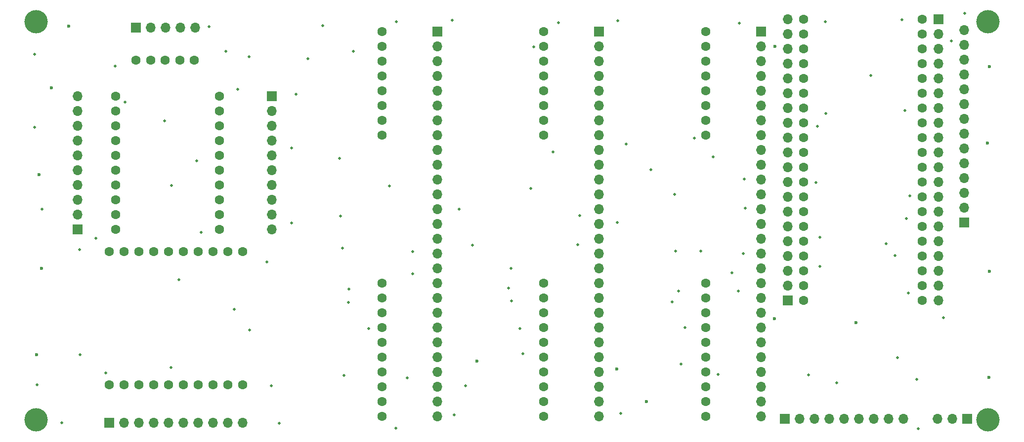
<source format=gbs>
G04 #@! TF.GenerationSoftware,KiCad,Pcbnew,8.0.0*
G04 #@! TF.CreationDate,2025-01-04T20:19:00+01:00*
G04 #@! TF.ProjectId,motherbard,6d6f7468-6572-4626-9172-642e6b696361,rev?*
G04 #@! TF.SameCoordinates,Original*
G04 #@! TF.FileFunction,Soldermask,Bot*
G04 #@! TF.FilePolarity,Negative*
%FSLAX46Y46*%
G04 Gerber Fmt 4.6, Leading zero omitted, Abs format (unit mm)*
G04 Created by KiCad (PCBNEW 8.0.0) date 2025-01-04 20:19:00*
%MOMM*%
%LPD*%
G01*
G04 APERTURE LIST*
%ADD10R,1.700000X1.700000*%
%ADD11O,1.700000X1.700000*%
%ADD12C,1.600000*%
%ADD13C,4.000000*%
%ADD14C,0.500000*%
%ADD15C,0.600000*%
G04 APERTURE END LIST*
D10*
X209025000Y-130300000D03*
D11*
X206485000Y-130300000D03*
X203945000Y-130300000D03*
D10*
X145974000Y-63900000D03*
D11*
X145974000Y-66440000D03*
X145974000Y-68980000D03*
X145974000Y-71520000D03*
X145974000Y-74060000D03*
X145974000Y-76600000D03*
X145974000Y-79140000D03*
X145974000Y-81680000D03*
X145974000Y-84220000D03*
X145974000Y-86760000D03*
X145974000Y-89300000D03*
X145974000Y-91840000D03*
X145974000Y-94380000D03*
X145974000Y-96920000D03*
X145974000Y-99460000D03*
X145974000Y-102000000D03*
X145974000Y-104540000D03*
X145974000Y-107080000D03*
X145974000Y-109620000D03*
X145974000Y-112160000D03*
X145974000Y-114700000D03*
X145974000Y-117240000D03*
X145974000Y-119780000D03*
X145974000Y-122320000D03*
X145974000Y-124860000D03*
X145974000Y-127400000D03*
X145974000Y-129940000D03*
D10*
X178320000Y-110020000D03*
D11*
X178320000Y-107480000D03*
X178320000Y-104940000D03*
X178320000Y-102400000D03*
X178320000Y-99860000D03*
X178320000Y-97320000D03*
X178320000Y-94780000D03*
X178320000Y-92240000D03*
X178320000Y-89700000D03*
X178320000Y-87160000D03*
X178320000Y-84620000D03*
X178320000Y-82080000D03*
X178320000Y-79540000D03*
X178320000Y-77000000D03*
X178320000Y-74460000D03*
X178320000Y-71920000D03*
X178320000Y-69380000D03*
X178320000Y-66840000D03*
X178320000Y-64300000D03*
X178320000Y-61760000D03*
D10*
X62000000Y-130980000D03*
D11*
X64540000Y-130980000D03*
X67080000Y-130980000D03*
X69620000Y-130980000D03*
X72160000Y-130980000D03*
X74700000Y-130980000D03*
X77240000Y-130980000D03*
X79780000Y-130980000D03*
X82320000Y-130980000D03*
X84860000Y-130980000D03*
D10*
X118248000Y-63900000D03*
D11*
X118248000Y-66440000D03*
X118248000Y-68980000D03*
X118248000Y-71520000D03*
X118248000Y-74060000D03*
X118248000Y-76600000D03*
X118248000Y-79140000D03*
X118248000Y-81680000D03*
X118248000Y-84220000D03*
X118248000Y-86760000D03*
X118248000Y-89300000D03*
X118248000Y-91840000D03*
X118248000Y-94380000D03*
X118248000Y-96920000D03*
X118248000Y-99460000D03*
X118248000Y-102000000D03*
X118248000Y-104540000D03*
X118248000Y-107080000D03*
X118248000Y-109620000D03*
X118248000Y-112160000D03*
X118248000Y-114700000D03*
X118248000Y-117240000D03*
X118248000Y-119780000D03*
X118248000Y-122320000D03*
X118248000Y-124860000D03*
X118248000Y-127400000D03*
X118248000Y-129940000D03*
D10*
X208500000Y-96625000D03*
D11*
X208500000Y-94085000D03*
X208500000Y-91545000D03*
X208500000Y-89005000D03*
X208500000Y-86465000D03*
X208500000Y-83925000D03*
X208500000Y-81385000D03*
X208500000Y-78845000D03*
X208500000Y-76305000D03*
X208500000Y-73765000D03*
X208500000Y-71225000D03*
X208500000Y-68685000D03*
X208500000Y-66145000D03*
X208500000Y-63605000D03*
D12*
X201350000Y-109980000D03*
X201350000Y-107440000D03*
X201350000Y-104900000D03*
X201350000Y-102360000D03*
X201350000Y-99820000D03*
X201350000Y-97280000D03*
X201350000Y-94740000D03*
X201350000Y-92200000D03*
X201350000Y-89660000D03*
X201350000Y-87120000D03*
X201350000Y-84580000D03*
X201350000Y-82040000D03*
X201350000Y-79500000D03*
X201350000Y-76960000D03*
X201350000Y-74420000D03*
X201350000Y-71880000D03*
X201350000Y-69340000D03*
X201350000Y-66800000D03*
X201350000Y-64260000D03*
X201350000Y-61720000D03*
X181030000Y-61720000D03*
X181030000Y-64260000D03*
X181030000Y-66800000D03*
X181030000Y-69340000D03*
X181030000Y-71880000D03*
X181030000Y-74420000D03*
X181030000Y-76960000D03*
X181030000Y-79500000D03*
X181030000Y-82040000D03*
X181030000Y-84580000D03*
X181030000Y-87120000D03*
X181030000Y-89660000D03*
X181030000Y-92200000D03*
X181030000Y-94740000D03*
X181030000Y-97280000D03*
X181030000Y-99820000D03*
X181030000Y-102360000D03*
X181030000Y-104900000D03*
X181030000Y-107440000D03*
X181030000Y-109980000D03*
D10*
X56600000Y-97820000D03*
D11*
X56600000Y-95280000D03*
X56600000Y-92740000D03*
X56600000Y-90200000D03*
X56600000Y-87660000D03*
X56600000Y-85120000D03*
X56600000Y-82580000D03*
X56600000Y-80040000D03*
X56600000Y-77500000D03*
X56600000Y-74960000D03*
D12*
X108760000Y-129900000D03*
X108760000Y-127360000D03*
X108760000Y-124820000D03*
X108760000Y-122280000D03*
X108760000Y-119740000D03*
X108760000Y-117200000D03*
X108760000Y-114660000D03*
X108760000Y-112120000D03*
X108760000Y-109580000D03*
X108760000Y-107040000D03*
X108760000Y-81640000D03*
X108760000Y-79100000D03*
X108760000Y-76560000D03*
X108760000Y-74020000D03*
X108760000Y-71480000D03*
X108760000Y-68940000D03*
X108760000Y-66400000D03*
X108760000Y-63860000D03*
D10*
X204070000Y-61720000D03*
D11*
X204070000Y-64260000D03*
X204070000Y-66800000D03*
X204070000Y-69340000D03*
X204070000Y-71880000D03*
X204070000Y-74420000D03*
X204070000Y-76960000D03*
X204070000Y-79500000D03*
X204070000Y-82040000D03*
X204070000Y-84580000D03*
X204070000Y-87120000D03*
X204070000Y-89660000D03*
X204070000Y-92200000D03*
X204070000Y-94740000D03*
X204070000Y-97280000D03*
X204070000Y-99820000D03*
X204070000Y-102360000D03*
X204070000Y-104900000D03*
X204070000Y-107440000D03*
X204070000Y-109980000D03*
D10*
X66640000Y-63200000D03*
D11*
X69180000Y-63200000D03*
X71720000Y-63200000D03*
X74260000Y-63200000D03*
X76800000Y-63200000D03*
D10*
X89900000Y-74950000D03*
D11*
X89900000Y-77490000D03*
X89900000Y-80030000D03*
X89900000Y-82570000D03*
X89900000Y-85110000D03*
X89900000Y-87650000D03*
X89900000Y-90190000D03*
X89900000Y-92730000D03*
X89900000Y-95270000D03*
X89900000Y-97810000D03*
D12*
X164212000Y-129900000D03*
X164212000Y-127360000D03*
X164212000Y-124820000D03*
X164212000Y-122280000D03*
X164212000Y-119740000D03*
X164212000Y-117200000D03*
X164212000Y-114660000D03*
X164212000Y-112120000D03*
X164212000Y-109580000D03*
X164212000Y-107040000D03*
X164212000Y-81640000D03*
X164212000Y-79100000D03*
X164212000Y-76560000D03*
X164212000Y-74020000D03*
X164212000Y-71480000D03*
X164212000Y-68940000D03*
X164212000Y-66400000D03*
X164212000Y-63860000D03*
X84860000Y-124500000D03*
X82320000Y-124500000D03*
X79780000Y-124500000D03*
X77240000Y-124500000D03*
X74700000Y-124500000D03*
X72160000Y-124500000D03*
X69620000Y-124500000D03*
X67080000Y-124500000D03*
X64540000Y-124500000D03*
X62000000Y-124500000D03*
X84860000Y-101640000D03*
X82320000Y-101640000D03*
X79780000Y-101640000D03*
X77240000Y-101640000D03*
X74700000Y-101640000D03*
X72160000Y-101640000D03*
X69620000Y-101640000D03*
X67080000Y-101640000D03*
X64540000Y-101640000D03*
X62000000Y-101640000D03*
X63120000Y-97800000D03*
X63120000Y-95260000D03*
X63120000Y-92720000D03*
X63120000Y-90180000D03*
X63120000Y-87640000D03*
X63120000Y-85100000D03*
X63120000Y-82560000D03*
X63120000Y-80020000D03*
X63120000Y-77480000D03*
X80900000Y-97800000D03*
X80900000Y-95260000D03*
X80900000Y-92720000D03*
X80900000Y-90180000D03*
X80900000Y-87640000D03*
X80900000Y-85100000D03*
X80900000Y-82560000D03*
X80900000Y-80020000D03*
X80900000Y-77480000D03*
X66620000Y-68810000D03*
X69120000Y-68810000D03*
X71620000Y-68810000D03*
X74120000Y-68810000D03*
X76620000Y-68810000D03*
X63120000Y-74940000D03*
X80900000Y-74940000D03*
D10*
X177760000Y-130300000D03*
D11*
X180300000Y-130300000D03*
X182840000Y-130300000D03*
X185380000Y-130300000D03*
X187920000Y-130300000D03*
X190460000Y-130300000D03*
X193000000Y-130300000D03*
X195540000Y-130300000D03*
X198080000Y-130300000D03*
D12*
X136486000Y-129900000D03*
X136486000Y-127360000D03*
X136486000Y-124820000D03*
X136486000Y-122280000D03*
X136486000Y-119740000D03*
X136486000Y-117200000D03*
X136486000Y-114660000D03*
X136486000Y-112120000D03*
X136486000Y-109580000D03*
X136486000Y-107040000D03*
X136486000Y-81640000D03*
X136486000Y-79100000D03*
X136486000Y-76560000D03*
X136486000Y-74020000D03*
X136486000Y-71480000D03*
X136486000Y-68940000D03*
X136486000Y-66400000D03*
X136486000Y-63860000D03*
D10*
X173700000Y-63900000D03*
D11*
X173700000Y-66440000D03*
X173700000Y-68980000D03*
X173700000Y-71520000D03*
X173700000Y-74060000D03*
X173700000Y-76600000D03*
X173700000Y-79140000D03*
X173700000Y-81680000D03*
X173700000Y-84220000D03*
X173700000Y-86760000D03*
X173700000Y-89300000D03*
X173700000Y-91840000D03*
X173700000Y-94380000D03*
X173700000Y-96920000D03*
X173700000Y-99460000D03*
X173700000Y-102000000D03*
X173700000Y-104540000D03*
X173700000Y-107080000D03*
X173700000Y-109620000D03*
X173700000Y-112160000D03*
X173700000Y-114700000D03*
X173700000Y-117240000D03*
X173700000Y-119780000D03*
X173700000Y-122320000D03*
X173700000Y-124860000D03*
X173700000Y-127400000D03*
X173700000Y-129940000D03*
D13*
X49500000Y-62200000D03*
X49500000Y-130500000D03*
X212600000Y-130500000D03*
X212600000Y-62200000D03*
D14*
X72740000Y-90290000D03*
X168680000Y-105240000D03*
X198330000Y-77450000D03*
X196670000Y-102290000D03*
X199160000Y-92040000D03*
X103110000Y-108070000D03*
X98580000Y-62870000D03*
X106460000Y-114840000D03*
X162310000Y-82120000D03*
X169990000Y-62410000D03*
X197810000Y-61810000D03*
X130440000Y-107920000D03*
X85960000Y-68190000D03*
X111130000Y-131920000D03*
X113980000Y-105440000D03*
X183810000Y-104190000D03*
X163360000Y-101560000D03*
X181860000Y-122800000D03*
X149630000Y-129420000D03*
D15*
X212800000Y-69900000D03*
X52100000Y-73500000D03*
D14*
X93240000Y-83880000D03*
X121110000Y-129620000D03*
X111220000Y-62140000D03*
X83420000Y-111550000D03*
X53900000Y-131000000D03*
X149100000Y-96640000D03*
X138060000Y-84550000D03*
X200350000Y-123570000D03*
X89050000Y-103400000D03*
X132900000Y-119170000D03*
X183090000Y-89800000D03*
X208620000Y-60700000D03*
X77030000Y-86060000D03*
X89770000Y-124690000D03*
X123110000Y-124690000D03*
X139010000Y-62340000D03*
X204940000Y-113000000D03*
X197090000Y-119820000D03*
X170980000Y-94210000D03*
X101990000Y-101040000D03*
X121970000Y-94340000D03*
X103830000Y-67270000D03*
X159610000Y-108400000D03*
X130970000Y-110100000D03*
X195160000Y-100250000D03*
X124270000Y-100510000D03*
X159090000Y-101560000D03*
X71510000Y-79230000D03*
X130830000Y-104510000D03*
X166310000Y-122720000D03*
X186700000Y-124160000D03*
X61430000Y-122480000D03*
X183810000Y-99190000D03*
X170650000Y-101960000D03*
X102260000Y-122850000D03*
X142660000Y-95450000D03*
X169800000Y-108400000D03*
X170870000Y-89140000D03*
X192490000Y-71400000D03*
X158850000Y-91770000D03*
D15*
X49600000Y-119300000D03*
D14*
X165480000Y-85400000D03*
X77820000Y-98340000D03*
D15*
X55100000Y-62900000D03*
D14*
X79150000Y-63030000D03*
X91150000Y-131130000D03*
X93240000Y-96690000D03*
X113120000Y-123310000D03*
X102980000Y-110370000D03*
X134800000Y-66480000D03*
X84080000Y-73770000D03*
X113980000Y-101630000D03*
X64760000Y-76000000D03*
D15*
X212800000Y-105000000D03*
D14*
X150610000Y-83170000D03*
X49240000Y-67730000D03*
X134280000Y-90790000D03*
D15*
X212700000Y-123200000D03*
D14*
X57000000Y-119290000D03*
X72630000Y-121540000D03*
X101670000Y-95520000D03*
X94070000Y-74620000D03*
X50490000Y-94340000D03*
X86080000Y-115090000D03*
X56940000Y-101290000D03*
X183400000Y-80150000D03*
X63030000Y-69770000D03*
X96080000Y-68520000D03*
X142270000Y-100450000D03*
X184730000Y-62210000D03*
X160660000Y-114700000D03*
X198570000Y-95980000D03*
X101530000Y-85600000D03*
D15*
X212500000Y-83000000D03*
D14*
X74010000Y-106430000D03*
X149170000Y-62010000D03*
X184840000Y-77910000D03*
X200610000Y-132050000D03*
X158430000Y-110240000D03*
X206290000Y-65470000D03*
X49630000Y-124490000D03*
X59760000Y-99380000D03*
D15*
X50400000Y-104500000D03*
D14*
X120810000Y-61940000D03*
X110030000Y-90390000D03*
X82000000Y-67230000D03*
X49240000Y-80280000D03*
D15*
X50000000Y-88400000D03*
D14*
X132410000Y-114840000D03*
X160030000Y-120940000D03*
X154840000Y-87570000D03*
X198970000Y-108730000D03*
D15*
X176100000Y-66400000D03*
X190000000Y-113800000D03*
X176000000Y-113100000D03*
X154060000Y-127380000D03*
X149000000Y-121800000D03*
X125000000Y-120400000D03*
M02*

</source>
